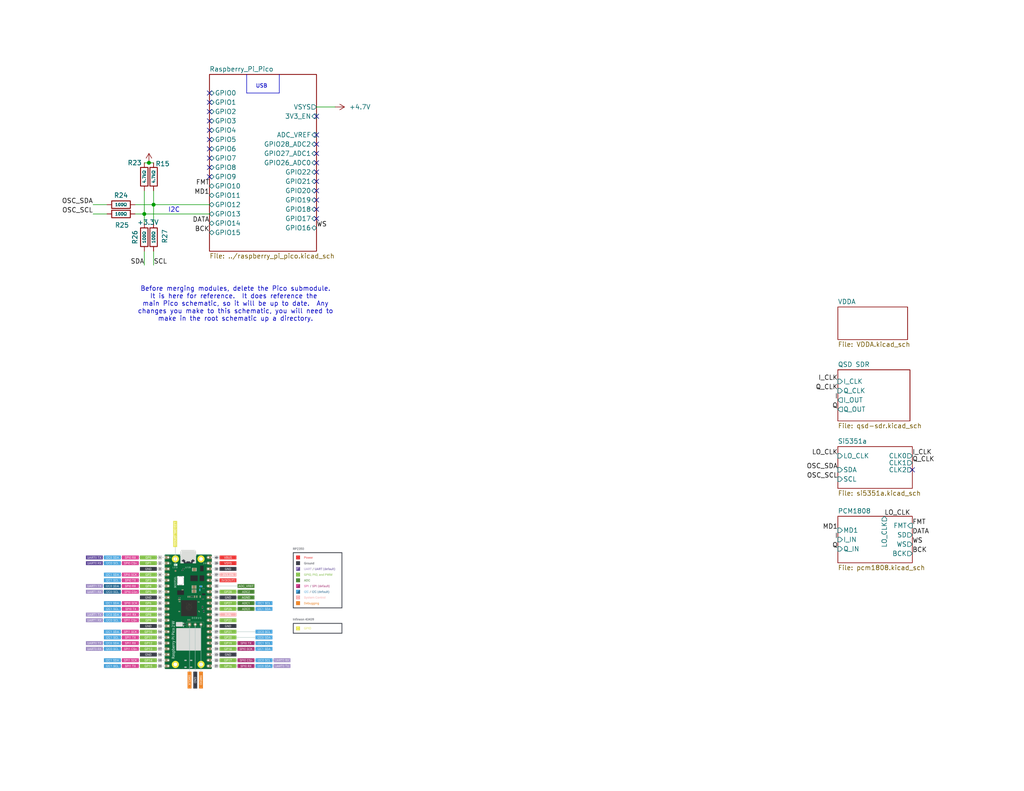
<source format=kicad_sch>
(kicad_sch (version 20250114) (generator "eeschema") (generator_version "9.0")
  (paper "USLetter")
  (lib_symbols
    (symbol "PCM_JLCPCB-Resistors:0805,100Ω" (pin_numbers (hide yes)) (pin_names (offset 0))
      (property "Reference" "R" (at 1.778 0 0))
      (property "Value" "100Ω" (at 0 0 90))
      (symbol "0805,100Ω_0_1"
        (rectangle (start -1.016 2.54) (end 1.016 -2.54) (stroke (width 0.254)))
      )
      (symbol "0805,100Ω_1_1"
        (pin passive line (at 0 3.81 270) (length 1.27) (name "~") (number "1"))
        (pin passive line (at 0 -3.81 90) (length 1.27) (name "~") (number "2"))
      )
    )
    (symbol "PCM_JLCPCB-Resistors:0805,4.7kΩ" (pin_numbers (hide yes)) (pin_names (offset 0))
      (property "Reference" "R" (at 1.778 0 0))
      (property "Value" "4.7kΩ" (at 0 0 90))
      (symbol "0805,4.7kΩ_0_1"
        (rectangle (start -1.016 2.54) (end 1.016 -2.54) (stroke (width 0.254)))
      )
      (symbol "0805,4.7kΩ_1_1"
        (pin passive line (at 0 3.81 270) (length 1.27) (name "~") (number "1"))
        (pin passive line (at 0 -3.81 90) (length 1.27) (name "~") (number "2"))
      )
    )
    (symbol "power:+3.3V" (power) (pin_names (offset 0))
      (property "Value" "+3.3V" (at 0 3.556 0))
      (symbol "+3.3V_0_1"
        (polyline (pts (xy -0.762 1.27) (xy 0 2.54)))
        (polyline (pts (xy 0 2.54) (xy 0.762 1.27)))
        (polyline (pts (xy 0 0) (xy 0 2.54)))
      )
      (symbol "+3.3V_1_1"
        (pin power_in line (at 0 0 90) (length 0) (hide yes) (name "+3.3V") (number "1"))
      )
    )
    (symbol "power:+5V" (power) (pin_names (offset 0))
      (property "Value" "+5V" (at 0 3.556 0))
      (symbol "+5V_0_1"
        (polyline (pts (xy -0.762 1.27) (xy 0 2.54)))
        (polyline (pts (xy 0 2.54) (xy 0.762 1.27)))
        (polyline (pts (xy 0 0) (xy 0 2.54)))
      )
      (symbol "+5V_1_1"
        (pin power_in line (at 0 0 90) (length 0) (hide yes) (name "+5V") (number "1"))
      )
    )
  )
  (text "Before merging modules, delete the Pico submodule.\nIt is here for reference.  It does reference the \nmain Pico schematic, so it will be up to date.  Any\nchanges you make to this schematic, you will need to\nmake in the root schematic up a directory." (at 64.262 83.058 0) (effects (font (size 1.27 1.27))))
  (text "I2C" (at 47.498 57.404 0) (effects (font (size 1.27 1.27))))
  (text "USB" (at 71.374 23.622 0) (effects (font (size 1.016 1.016))))
  (junction (at 39.37 58.42))
  (junction (at 40.64 44.45))
  (junction (at 41.91 55.88))
  (no_connect (at 86.36 59.69))
  (no_connect (at 86.36 49.53))
  (no_connect (at 57.15 43.18))
  (no_connect (at 57.15 45.72))
  (no_connect (at 57.15 27.94))
  (no_connect (at 57.15 25.4))
  (no_connect (at 86.36 44.45))
  (no_connect (at 57.15 35.56))
  (no_connect (at 57.15 30.48))
  (no_connect (at 86.36 52.07))
  (no_connect (at 57.15 33.02))
  (no_connect (at 86.36 54.61))
  (no_connect (at 248.92 128.27))
  (no_connect (at 86.36 46.99))
  (no_connect (at 57.15 40.64))
  (no_connect (at 86.36 39.37))
  (no_connect (at 86.36 36.83))
  (no_connect (at 57.15 38.1))
  (no_connect (at 86.36 41.91))
  (no_connect (at 57.15 48.26))
  (no_connect (at 86.36 57.15))
  (no_connect (at 86.36 31.75))
  (wire (pts (xy 36.83 55.88) (xy 41.91 55.88)))
  (wire (pts (xy 41.91 68.58) (xy 41.91 72.39)))
  (wire (pts (xy 39.37 58.42) (xy 57.15 58.42)))
  (wire (pts (xy 39.37 68.58) (xy 39.37 72.39)))
  (polyline (pts (xy 67.31 25.4) (xy 76.2 25.4)))
  (wire (pts (xy 41.91 52.07) (xy 41.91 55.88)))
  (wire (pts (xy 25.4 58.42) (xy 29.21 58.42)))
  (wire (pts (xy 39.37 58.42) (xy 39.37 60.96)))
  (wire (pts (xy 39.37 52.07) (xy 39.37 58.42)))
  (wire (pts (xy 41.91 55.88) (xy 41.91 60.96)))
  (wire (pts (xy 39.37 44.45) (xy 40.64 44.45)))
  (wire (pts (xy 36.83 58.42) (xy 39.37 58.42)))
  (polyline (pts (xy 76.2 20.32) (xy 76.2 25.4)))
  (wire (pts (xy 91.44 29.21) (xy 86.36 29.21)))
  (polyline (pts (xy 67.31 20.32) (xy 67.31 25.4)))
  (wire (pts (xy 25.4 55.88) (xy 29.21 55.88)))
  (wire (pts (xy 40.64 44.45) (xy 41.91 44.45)))
  (wire (pts (xy 41.91 55.88) (xy 57.15 55.88)))
  (image (at 58.42 165.1))
  (label "WS" (at 248.92 148.59 0))
  (label "SCL" (at 41.91 72.39 0))
  (label "LO_CLK" (at 228.6 124.46 180))
  (label "OSC_SCL" (at 25.4 58.42 180))
  (label "I_CLK" (at 228.6 104.14 180))
  (label "DATA" (at 57.15 60.96 180))
  (label "BCK" (at 57.15 63.5 180))
  (label "LO_CLK" (at 241.3 140.97 0))
  (label "Q_CLK" (at 228.6 106.68 180))
  (label "I" (at 228.6 109.22 180))
  (label "OSC_SDA" (at 25.4 55.88 180))
  (label "Q" (at 228.6 149.86 180))
  (label "OSC_SDA" (at 228.6 128.27 180))
  (label "Q" (at 228.6 111.76 180))
  (label "I_CLK" (at 248.92 124.46 0))
  (label "Q_CLK" (at 248.92 126.365 0))
  (label "SDA" (at 39.37 72.39 180))
  (label "WS" (at 86.36 62.23 0))
  (label "OSC_SCL" (at 228.6 130.81 180))
  (label "I" (at 228.6 147.32 180))
  (label "FMT" (at 57.15 50.8 180))
  (label "FMT" (at 248.92 143.51 0))
  (label "BCK" (at 248.92 151.13 0))
  (label "DATA" (at 248.92 146.05 0))
  (label "MD1" (at 228.6 144.78 180))
  (label "MD1" (at 57.15 53.34 180))
  (symbol (lib_id "PCM_JLCPCB-Resistors:0805,100Ω") (at 41.91 64.77 180) (unit 1)
    (property "Reference" "R27" (at 44.958 64.516 90))
    (property "Value" "100Ω" (at 41.91 64.77 90) (effects (font (size 0.8 0.8))))
    (property "Footprint" "PCM_JLCPCB:R_0805" (effects (hide yes)))
    (property "Datasheet" "https://www.lcsc.com/datasheet/lcsc_datasheet_2411221126_UNI-ROYAL-Uniroyal-Elec-0805W8F1000T5E_C17408.pdf" (effects (hide yes)))
    (property "Description" "125mW Thick Film Resistors 150V ±100ppm/°C ±1% 100Ω 0805 Chip Resistor - Surface Mount ROHS" (effects (hide yes)))
    (property "LCSC" "C17408" (effects (hide yes)))
    (property "Stock" "3356429" (effects (hide yes)))
    (property "Price" "0.005USD" (effects (hide yes)))
    (property "Process" "SMT" (effects (hide yes)))
    (property "Minimum Qty" "20" (effects (hide yes)))
    (property "Attrition Qty" "10" (effects (hide yes)))
    (property "Class" "Basic Component" (effects (hide yes)))
    (property "Category" "Resistors,Chip Resistor - Surface Mount" (effects (hide yes)))
    (property "Manufacturer" "UNI-ROYAL(Uniroyal Elec)" (effects (hide yes)))
    (property "Part" "0805W8F1000T5E" (effects (hide yes)))
    (property "Resistance" "100Ω" (effects (hide yes)))
    (property "Power(Watts)" "125mW" (effects (hide yes)))
    (property "Type" "Thick Film Resistors" (effects (hide yes)))
    (property "Overload Voltage (Max)" "150V" (effects (hide yes)))
    (property "Operating Temperature Range" "-55°C~+155°C" (effects (hide yes)))
    (property "Tolerance" "±1%" (effects (hide yes)))
    (property "Temperature Coefficient" "±100ppm/°C" (effects (hide yes)))
  )
  (symbol (lib_id "PCM_JLCPCB-Resistors:0805,4.7kΩ") (at 39.37 48.26 0) (unit 1)
    (property "Reference" "R23" (at 34.798 44.45 0) (effects (justify left)))
    (property "Value" "4.7kΩ" (at 39.37 48.26 90) (effects (font (size 0.8 0.8))))
    (property "Footprint" "PCM_JLCPCB:R_0805" (effects (hide yes)))
    (property "Datasheet" "https://www.lcsc.com/datasheet/lcsc_datasheet_2206010200_UNI-ROYAL-Uniroyal-Elec-0805W8F4701T5E_C17673.pdf" (effects (hide yes)))
    (property "Description" "125mW Thick Film Resistors 150V ±100ppm/°C ±1% 4.7kΩ 0805 Chip Resistor - Surface Mount ROHS" (effects (hide yes)))
    (property "LCSC" "C17673" (effects (hide yes)))
    (property "Stock" "4733934" (effects (hide yes)))
    (property "Price" "0.005USD" (effects (hide yes)))
    (property "Process" "SMT" (effects (hide yes)))
    (property "Minimum Qty" "20" (effects (hide yes)))
    (property "Attrition Qty" "6" (effects (hide yes)))
    (property "Class" "Basic Component" (effects (hide yes)))
    (property "Category" "Resistors,Chip Resistor - Surface Mount" (effects (hide yes)))
    (property "Manufacturer" "UNI-ROYAL(Uniroyal Elec)" (effects (hide yes)))
    (property "Part" "0805W8F4701T5E" (effects (hide yes)))
    (property "Resistance" "4.7kΩ" (effects (hide yes)))
    (property "Power(Watts)" "125mW" (effects (hide yes)))
    (property "Type" "Thick Film Resistors" (effects (hide yes)))
    (property "Overload Voltage (Max)" "150V" (effects (hide yes)))
    (property "Operating Temperature Range" "-55°C~+155°C" (effects (hide yes)))
    (property "Tolerance" "±1%" (effects (hide yes)))
    (property "Temperature Coefficient" "±100ppm/°C" (effects (hide yes)))
  )
  (symbol (lib_id "power:+3.3V") (at 40.64 44.45 0) (mirror y) (unit 1)
    (property "Reference" "#PWR069" (effects (hide yes)))
    (property "Value" "+3.3V" (at 40.386 60.706 0))
  )
  (symbol (lib_id "PCM_JLCPCB-Resistors:0805,100Ω") (at 39.37 64.77 180) (unit 1)
    (property "Reference" "R26" (at 36.83 64.77 90))
    (property "Value" "100Ω" (at 39.37 64.77 90) (effects (font (size 0.8 0.8))))
    (property "Footprint" "PCM_JLCPCB:R_0805" (effects (hide yes)))
    (property "Datasheet" "https://www.lcsc.com/datasheet/lcsc_datasheet_2411221126_UNI-ROYAL-Uniroyal-Elec-0805W8F1000T5E_C17408.pdf" (effects (hide yes)))
    (property "Description" "125mW Thick Film Resistors 150V ±100ppm/°C ±1% 100Ω 0805 Chip Resistor - Surface Mount ROHS" (effects (hide yes)))
    (property "LCSC" "C17408" (effects (hide yes)))
    (property "Stock" "3356429" (effects (hide yes)))
    (property "Price" "0.005USD" (effects (hide yes)))
    (property "Process" "SMT" (effects (hide yes)))
    (property "Minimum Qty" "20" (effects (hide yes)))
    (property "Attrition Qty" "10" (effects (hide yes)))
    (property "Class" "Basic Component" (effects (hide yes)))
    (property "Category" "Resistors,Chip Resistor - Surface Mount" (effects (hide yes)))
    (property "Manufacturer" "UNI-ROYAL(Uniroyal Elec)" (effects (hide yes)))
    (property "Part" "0805W8F1000T5E" (effects (hide yes)))
    (property "Resistance" "100Ω" (effects (hide yes)))
    (property "Power(Watts)" "125mW" (effects (hide yes)))
    (property "Type" "Thick Film Resistors" (effects (hide yes)))
    (property "Overload Voltage (Max)" "150V" (effects (hide yes)))
    (property "Operating Temperature Range" "-55°C~+155°C" (effects (hide yes)))
    (property "Tolerance" "±1%" (effects (hide yes)))
    (property "Temperature Coefficient" "±100ppm/°C" (effects (hide yes)))
  )
  (symbol (lib_id "power:+5V") (at 91.44 29.21 270) (mirror x) (unit 1)
    (property "Reference" "#PWR070" (effects (hide yes)))
    (property "Value" "+4.7V" (at 95.25 29.2099 90) (effects (justify left)))
  )
  (symbol (lib_id "PCM_JLCPCB-Resistors:0805,100Ω") (at 33.02 55.88 90) (unit 1)
    (property "Reference" "R24" (at 33.02 53.34 90))
    (property "Value" "100Ω" (at 33.02 55.88 90) (effects (font (size 0.8 0.8))))
    (property "Footprint" "PCM_JLCPCB:R_0805" (effects (hide yes)))
    (property "Datasheet" "https://www.lcsc.com/datasheet/lcsc_datasheet_2411221126_UNI-ROYAL-Uniroyal-Elec-0805W8F1000T5E_C17408.pdf" (effects (hide yes)))
    (property "Description" "125mW Thick Film Resistors 150V ±100ppm/°C ±1% 100Ω 0805 Chip Resistor - Surface Mount ROHS" (effects (hide yes)))
    (property "LCSC" "C17408" (effects (hide yes)))
    (property "Stock" "3356429" (effects (hide yes)))
    (property "Price" "0.005USD" (effects (hide yes)))
    (property "Process" "SMT" (effects (hide yes)))
    (property "Minimum Qty" "20" (effects (hide yes)))
    (property "Attrition Qty" "10" (effects (hide yes)))
    (property "Class" "Basic Component" (effects (hide yes)))
    (property "Category" "Resistors,Chip Resistor - Surface Mount" (effects (hide yes)))
    (property "Manufacturer" "UNI-ROYAL(Uniroyal Elec)" (effects (hide yes)))
    (property "Part" "0805W8F1000T5E" (effects (hide yes)))
    (property "Resistance" "100Ω" (effects (hide yes)))
    (property "Power(Watts)" "125mW" (effects (hide yes)))
    (property "Type" "Thick Film Resistors" (effects (hide yes)))
    (property "Overload Voltage (Max)" "150V" (effects (hide yes)))
    (property "Operating Temperature Range" "-55°C~+155°C" (effects (hide yes)))
    (property "Tolerance" "±1%" (effects (hide yes)))
    (property "Temperature Coefficient" "±100ppm/°C" (effects (hide yes)))
  )
  (symbol (lib_id "PCM_JLCPCB-Resistors:0805,100Ω") (at 33.02 58.42 90) (unit 1)
    (property "Reference" "R25" (at 33.274 61.468 90))
    (property "Value" "100Ω" (at 33.02 58.42 90) (effects (font (size 0.8 0.8))))
    (property "Footprint" "PCM_JLCPCB:R_0805" (effects (hide yes)))
    (property "Datasheet" "https://www.lcsc.com/datasheet/lcsc_datasheet_2411221126_UNI-ROYAL-Uniroyal-Elec-0805W8F1000T5E_C17408.pdf" (effects (hide yes)))
    (property "Description" "125mW Thick Film Resistors 150V ±100ppm/°C ±1% 100Ω 0805 Chip Resistor - Surface Mount ROHS" (effects (hide yes)))
    (property "LCSC" "C17408" (effects (hide yes)))
    (property "Stock" "3356429" (effects (hide yes)))
    (property "Price" "0.005USD" (effects (hide yes)))
    (property "Process" "SMT" (effects (hide yes)))
    (property "Minimum Qty" "20" (effects (hide yes)))
    (property "Attrition Qty" "10" (effects (hide yes)))
    (property "Class" "Basic Component" (effects (hide yes)))
    (property "Category" "Resistors,Chip Resistor - Surface Mount" (effects (hide yes)))
    (property "Manufacturer" "UNI-ROYAL(Uniroyal Elec)" (effects (hide yes)))
    (property "Part" "0805W8F1000T5E" (effects (hide yes)))
    (property "Resistance" "100Ω" (effects (hide yes)))
    (property "Power(Watts)" "125mW" (effects (hide yes)))
    (property "Type" "Thick Film Resistors" (effects (hide yes)))
    (property "Overload Voltage (Max)" "150V" (effects (hide yes)))
    (property "Operating Temperature Range" "-55°C~+155°C" (effects (hide yes)))
    (property "Tolerance" "±1%" (effects (hide yes)))
    (property "Temperature Coefficient" "±100ppm/°C" (effects (hide yes)))
  )
  (symbol (lib_id "PCM_JLCPCB-Resistors:0805,4.7kΩ") (at 41.91 48.26 0) (unit 1)
    (property "Reference" "R15" (at 42.418 44.704 0) (effects (justify left)))
    (property "Value" "4.7kΩ" (at 41.91 48.26 90) (effects (font (size 0.8 0.8))))
    (property "Footprint" "PCM_JLCPCB:R_0805" (effects (hide yes)))
    (property "Datasheet" "https://www.lcsc.com/datasheet/lcsc_datasheet_2206010200_UNI-ROYAL-Uniroyal-Elec-0805W8F4701T5E_C17673.pdf" (effects (hide yes)))
    (property "Description" "125mW Thick Film Resistors 150V ±100ppm/°C ±1% 4.7kΩ 0805 Chip Resistor - Surface Mount ROHS" (effects (hide yes)))
    (property "LCSC" "C17673" (effects (hide yes)))
    (property "Stock" "4733934" (effects (hide yes)))
    (property "Price" "0.005USD" (effects (hide yes)))
    (property "Process" "SMT" (effects (hide yes)))
    (property "Minimum Qty" "20" (effects (hide yes)))
    (property "Attrition Qty" "6" (effects (hide yes)))
    (property "Class" "Basic Component" (effects (hide yes)))
    (property "Category" "Resistors,Chip Resistor - Surface Mount" (effects (hide yes)))
    (property "Manufacturer" "UNI-ROYAL(Uniroyal Elec)" (effects (hide yes)))
    (property "Part" "0805W8F4701T5E" (effects (hide yes)))
    (property "Resistance" "4.7kΩ" (effects (hide yes)))
    (property "Power(Watts)" "125mW" (effects (hide yes)))
    (property "Type" "Thick Film Resistors" (effects (hide yes)))
    (property "Overload Voltage (Max)" "150V" (effects (hide yes)))
    (property "Operating Temperature Range" "-55°C~+155°C" (effects (hide yes)))
    (property "Tolerance" "±1%" (effects (hide yes)))
    (property "Temperature Coefficient" "±100ppm/°C" (effects (hide yes)))
  )
  (sheet (at 228.6 140.97) (size 20.32 12.7) (stroke (width 0.1524))
    (property "Sheetname" "PCM1808" (at 228.6 140.2584 0) (effects (justify left bottom)))
    (property "Sheetfile" "pcm1808.kicad_sch" (at 228.6 154.2546 0) (effects (justify left top)))
    (pin "BCK" output (at 248.92 151.13 0))
    (pin "I_IN" input (at 228.6 147.32 180))
    (pin "Q_IN" input (at 228.6 149.86 180))
    (pin "SD" output (at 248.92 146.05 0))
    (pin "WS" output (at 248.92 148.59 0))
    (pin "MD1" input (at 228.6 144.78 180))
    (pin "FMT" input (at 248.92 143.51 0))
    (pin "LO_CLK" output (at 241.3 140.97 90))
  )
  (sheet (at 228.6 121.92) (size 20.32 11.43) (stroke (width 0.1524))
    (property "Sheetname" "Si5351a" (at 228.6 121.2084 0) (effects (justify left bottom)))
    (property "Sheetfile" "si5351a.kicad_sch" (at 228.6 133.9346 0) (effects (justify left top)))
    (pin "SDA" input (at 228.6 128.27 180))
    (pin "SCL" input (at 228.6 130.81 180))
    (pin "CLK0" output (at 248.92 124.46 0))
    (pin "CLK1" output (at 248.92 126.365 0))
    (pin "CLK2" output (at 248.92 128.27 0))
    (pin "LO_CLK" input (at 228.6 124.46 180))
  )
  (sheet (at 228.6 100.965) (size 19.685 13.97) (stroke (width 0.1524))
    (property "Sheetname" "QSD SDR" (at 228.6 100.2534 0) (effects (justify left bottom)))
    (property "Sheetfile" "qsd-sdr.kicad_sch" (at 228.6 115.5196 0) (effects (justify left top)))
    (pin "I_CLK" input (at 228.6 104.14 180))
    (pin "Q_CLK" input (at 228.6 106.68 180))
    (pin "I_OUT" output (at 228.6 109.22 180))
    (pin "Q_OUT" output (at 228.6 111.76 180))
  )
  (sheet (at 228.6 83.82) (size 19.05 8.89) (stroke (width 0.1524))
    (property "Sheetname" "VDDA" (at 228.6 83.1084 0) (effects (justify left bottom)))
    (property "Sheetfile" "VDDA.kicad_sch" (at 228.6 93.2946 0) (effects (justify left top)))
  )
  (sheet (at 57.15 20.32) (size 29.21 48.26) (stroke (width 0.1524))
    (property "Sheetname" "Raspberry_Pi_Pico" (at 57.15 19.6084 0) (effects (justify left bottom)))
    (property "Sheetfile" "../raspberry_pi_pico.kicad_sch" (at 57.15 69.1646 0) (effects (justify left top)))
    (pin "GPIO28_ADC2" bidirectional (at 86.36 39.37 0))
    (pin "GPIO26_ADC0" bidirectional (at 86.36 44.45 0))
    (pin "ADC_VREF" input (at 86.36 36.83 0))
    (pin "GPIO27_ADC1" bidirectional (at 86.36 41.91 0))
    (pin "VSYS" output (at 86.36 29.21 0))
    (pin "3V3_EN" input (at 86.36 31.75 0))
    (pin "GPIO18" bidirectional (at 86.36 57.15 0))
    (pin "GPIO21" bidirectional (at 86.36 49.53 0))
    (pin "GPIO19" bidirectional (at 86.36 54.61 0))
    (pin "GPIO20" bidirectional (at 86.36 52.07 0))
    (pin "GPIO22" bidirectional (at 86.36 46.99 0))
    (pin "GPIO17" bidirectional (at 86.36 59.69 0))
    (pin "GPIO16" bidirectional (at 86.36 62.23 0))
    (pin "GPIO4" bidirectional (at 57.15 35.56 180))
    (pin "GPIO8" bidirectional (at 57.15 45.72 180))
    (pin "GPIO0" bidirectional (at 57.15 25.4 180))
    (pin "GPIO1" bidirectional (at 57.15 27.94 180))
    (pin "GPIO2" bidirectional (at 57.15 30.48 180))
    (pin "GPIO3" bidirectional (at 57.15 33.02 180))
    (pin "GPIO7" bidirectional (at 57.15 43.18 180))
    (pin "GPIO5" bidirectional (at 57.15 38.1 180))
    (pin "GPIO6" bidirectional (at 57.15 40.64 180))
    (pin "GPIO9" bidirectional (at 57.15 48.26 180))
    (pin "GPIO10" bidirectional (at 57.15 50.8 180))
    (pin "GPIO11" bidirectional (at 57.15 53.34 180))
    (pin "GPIO12" bidirectional (at 57.15 55.88 180))
    (pin "GPIO13" bidirectional (at 57.15 58.42 180))
    (pin "GPIO14" bidirectional (at 57.15 60.96 180))
    (pin "GPIO15" bidirectional (at 57.15 63.5 180))
  )
)
</source>
